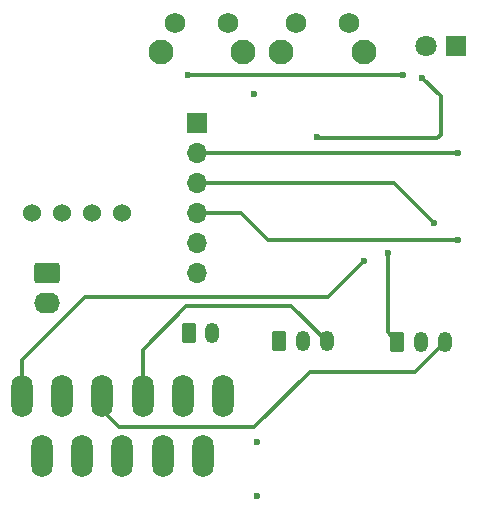
<source format=gbr>
%TF.GenerationSoftware,KiCad,Pcbnew,7.0.7-7.0.7~ubuntu22.04.1*%
%TF.CreationDate,2023-09-11T18:28:41+01:00*%
%TF.ProjectId,Blinder,426c696e-6465-4722-9e6b-696361645f70,rev?*%
%TF.SameCoordinates,Original*%
%TF.FileFunction,Copper,L4,Bot*%
%TF.FilePolarity,Positive*%
%FSLAX46Y46*%
G04 Gerber Fmt 4.6, Leading zero omitted, Abs format (unit mm)*
G04 Created by KiCad (PCBNEW 7.0.7-7.0.7~ubuntu22.04.1) date 2023-09-11 18:28:41*
%MOMM*%
%LPD*%
G01*
G04 APERTURE LIST*
G04 Aperture macros list*
%AMRoundRect*
0 Rectangle with rounded corners*
0 $1 Rounding radius*
0 $2 $3 $4 $5 $6 $7 $8 $9 X,Y pos of 4 corners*
0 Add a 4 corners polygon primitive as box body*
4,1,4,$2,$3,$4,$5,$6,$7,$8,$9,$2,$3,0*
0 Add four circle primitives for the rounded corners*
1,1,$1+$1,$2,$3*
1,1,$1+$1,$4,$5*
1,1,$1+$1,$6,$7*
1,1,$1+$1,$8,$9*
0 Add four rect primitives between the rounded corners*
20,1,$1+$1,$2,$3,$4,$5,0*
20,1,$1+$1,$4,$5,$6,$7,0*
20,1,$1+$1,$6,$7,$8,$9,0*
20,1,$1+$1,$8,$9,$2,$3,0*%
G04 Aperture macros list end*
%TA.AperFunction,ComponentPad*%
%ADD10R,1.800000X1.800000*%
%TD*%
%TA.AperFunction,ComponentPad*%
%ADD11C,1.800000*%
%TD*%
%TA.AperFunction,ComponentPad*%
%ADD12O,1.800000X3.600000*%
%TD*%
%TA.AperFunction,ComponentPad*%
%ADD13RoundRect,0.250000X-0.350000X-0.625000X0.350000X-0.625000X0.350000X0.625000X-0.350000X0.625000X0*%
%TD*%
%TA.AperFunction,ComponentPad*%
%ADD14O,1.200000X1.750000*%
%TD*%
%TA.AperFunction,ComponentPad*%
%ADD15C,2.100000*%
%TD*%
%TA.AperFunction,ComponentPad*%
%ADD16C,1.750000*%
%TD*%
%TA.AperFunction,ComponentPad*%
%ADD17O,1.700000X1.700000*%
%TD*%
%TA.AperFunction,ComponentPad*%
%ADD18R,1.700000X1.700000*%
%TD*%
%TA.AperFunction,ComponentPad*%
%ADD19O,2.190000X1.740000*%
%TD*%
%TA.AperFunction,ComponentPad*%
%ADD20RoundRect,0.250000X-0.845000X0.620000X-0.845000X-0.620000X0.845000X-0.620000X0.845000X0.620000X0*%
%TD*%
%TA.AperFunction,ComponentPad*%
%ADD21C,1.524000*%
%TD*%
%TA.AperFunction,ViaPad*%
%ADD22C,0.600000*%
%TD*%
%TA.AperFunction,Conductor*%
%ADD23C,0.300000*%
%TD*%
G04 APERTURE END LIST*
D10*
%TO.P,D1,1,K*%
%TO.N,GND*%
X74000000Y-24000000D03*
D11*
%TO.P,D1,2,A*%
%TO.N,Net-(D1-A)*%
X71460000Y-24000000D03*
%TD*%
D12*
%TO.P,IC1,11,ENABLE*%
%TO.N,Net-(IC1-ENABLE)*%
X37220000Y-53650000D03*
%TO.P,IC1,10,SENSE*%
%TO.N,GND*%
X38920000Y-58730000D03*
%TO.P,IC1,9,VREF*%
%TO.N,Net-(IC1-VREF)*%
X40620000Y-53650000D03*
%TO.P,IC1,8,CBOOT2*%
%TO.N,Net-(IC1-CBOOT2)*%
X42320000Y-58730000D03*
%TO.P,IC1,7,IN2*%
%TO.N,Net-(IC1-IN2)*%
X44020000Y-53650000D03*
%TO.P,IC1,6*%
%TO.N,GND*%
X45720000Y-58730000D03*
%TO.P,IC1,5,IN1*%
%TO.N,Net-(IC1-IN1)*%
X47420000Y-53650000D03*
%TO.P,IC1,4,CBOOT1*%
%TO.N,Net-(IC1-CBOOT1)*%
X49120000Y-58730000D03*
%TO.P,IC1,3,OUT1*%
%TO.N,Net-(IC1-OUT1)*%
X50820000Y-53650000D03*
%TO.P,IC1,2*%
%TO.N,/12V*%
X52520000Y-58730000D03*
%TO.P,IC1,1,OUT2*%
%TO.N,Net-(IC1-OUT2)*%
X54220000Y-53650000D03*
%TD*%
D13*
%TO.P,J5,1,Pin_1*%
%TO.N,Net-(IC1-OUT1)*%
X51340000Y-48260000D03*
D14*
%TO.P,J5,2,Pin_2*%
%TO.N,Net-(IC1-OUT2)*%
X53340000Y-48260000D03*
%TD*%
D15*
%TO.P,SW2,*%
%TO.N,*%
X48950000Y-24490000D03*
X55960000Y-24490000D03*
D16*
%TO.P,SW2,1,1*%
%TO.N,GND*%
X50200000Y-22000000D03*
%TO.P,SW2,2,2*%
%TO.N,Net-(U2-GPIO12)*%
X54700000Y-22000000D03*
%TD*%
D14*
%TO.P,J3,3,Pin_3*%
%TO.N,Net-(IC1-IN1)*%
X63000000Y-48980000D03*
%TO.P,J3,2,Pin_2*%
%TO.N,/GO DOWN*%
X61000000Y-48980000D03*
D13*
%TO.P,J3,1,Pin_1*%
%TO.N,/~{CLOSED}*%
X59000000Y-48980000D03*
%TD*%
D17*
%TO.P,J2,6,Pin_6*%
%TO.N,GND*%
X52000000Y-43180000D03*
%TO.P,J2,5,Pin_5*%
%TO.N,/DTR*%
X52000000Y-40640000D03*
%TO.P,J2,4,Pin_4*%
%TO.N,/RXD*%
X52000000Y-38100000D03*
%TO.P,J2,3,Pin_3*%
%TO.N,/TXD*%
X52000000Y-35560000D03*
%TO.P,J2,2,Pin_2*%
%TO.N,/RTS*%
X52000000Y-33020000D03*
D18*
%TO.P,J2,1,Pin_1*%
%TO.N,/3V3*%
X52000000Y-30480000D03*
%TD*%
D14*
%TO.P,J4,3,Pin_3*%
%TO.N,Net-(IC1-IN2)*%
X73000000Y-49000000D03*
%TO.P,J4,2,Pin_2*%
%TO.N,/GO UP*%
X71000000Y-49000000D03*
D13*
%TO.P,J4,1,Pin_1*%
%TO.N,/~{OPEN}*%
X69000000Y-49000000D03*
%TD*%
D19*
%TO.P,J1,2,Pin_2*%
%TO.N,GND*%
X39370000Y-45720000D03*
D20*
%TO.P,J1,1,Pin_1*%
%TO.N,/12V*%
X39370000Y-43180000D03*
%TD*%
D21*
%TO.P,U1,1,EN*%
%TO.N,unconnected-(U1-EN-Pad1)*%
X38100000Y-38100000D03*
%TO.P,U1,2,IN+*%
%TO.N,/12V*%
X40640000Y-38100000D03*
%TO.P,U1,3,GND*%
%TO.N,GND*%
X43180000Y-38100000D03*
%TO.P,U1,4,VO+*%
%TO.N,/3V3*%
X45720000Y-38100000D03*
%TD*%
D16*
%TO.P,SW1,2,2*%
%TO.N,Net-(U2-GPIO14)*%
X64894220Y-22001721D03*
%TO.P,SW1,1,1*%
%TO.N,GND*%
X60394220Y-22001721D03*
D15*
%TO.P,SW1,*%
%TO.N,*%
X66154220Y-24491721D03*
X59144220Y-24491721D03*
%TD*%
D22*
%TO.N,Net-(U2-GPIO13)*%
X71120000Y-26670000D03*
X62168000Y-31688000D03*
%TO.N,Net-(U2-EN)*%
X51308000Y-26416000D03*
X69469000Y-26451500D03*
%TO.N,/RTS*%
X74168000Y-33020000D03*
%TO.N,Net-(IC1-ENABLE)*%
X66167000Y-42164000D03*
%TO.N,/TXD*%
X72136000Y-38989000D03*
%TO.N,/RXD*%
X74168000Y-40386000D03*
%TO.N,GND*%
X56896000Y-28067000D03*
%TO.N,/~{OPEN}*%
X68199000Y-41529000D03*
%TO.N,/12V*%
X57150000Y-57531000D03*
%TO.N,GND*%
X57150000Y-62103000D03*
%TD*%
D23*
%TO.N,Net-(U2-GPIO13)*%
X72660000Y-28210000D02*
X71120000Y-26670000D01*
X72390000Y-31750000D02*
X72660000Y-31480000D01*
X62168000Y-31688000D02*
X62230000Y-31750000D01*
X72660000Y-31480000D02*
X72660000Y-28210000D01*
X62230000Y-31750000D02*
X72390000Y-31750000D01*
%TO.N,Net-(IC1-IN1)*%
X63000000Y-48980000D02*
X60020000Y-46000000D01*
X60020000Y-46000000D02*
X51104314Y-46000000D01*
X51104314Y-46000000D02*
X47420000Y-49684314D01*
X47420000Y-49684314D02*
X47420000Y-53650000D01*
%TO.N,Net-(IC1-ENABLE)*%
X37220000Y-53650000D02*
X37220000Y-50537000D01*
X37220000Y-50537000D02*
X42557000Y-45200000D01*
X42557000Y-45200000D02*
X63131000Y-45200000D01*
X63131000Y-45200000D02*
X66167000Y-42164000D01*
%TO.N,Net-(U2-EN)*%
X69469000Y-26451500D02*
X51343500Y-26451500D01*
X51343500Y-26451500D02*
X51308000Y-26416000D01*
%TO.N,/RTS*%
X74168000Y-33020000D02*
X52000000Y-33020000D01*
%TO.N,/TXD*%
X72136000Y-38989000D02*
X68707000Y-35560000D01*
X68707000Y-35560000D02*
X52000000Y-35560000D01*
%TO.N,/RXD*%
X58039000Y-40386000D02*
X55753000Y-38100000D01*
X74168000Y-40386000D02*
X58039000Y-40386000D01*
X55753000Y-38100000D02*
X52000000Y-38100000D01*
%TO.N,/~{OPEN}*%
X68199000Y-41529000D02*
X68199000Y-48199000D01*
X68199000Y-48199000D02*
X69000000Y-49000000D01*
%TO.N,Net-(IC1-IN2)*%
X73000000Y-49000000D02*
X70450000Y-51550000D01*
X70450000Y-51550000D02*
X61607000Y-51550000D01*
X44020000Y-54815000D02*
X44020000Y-53650000D01*
X61607000Y-51550000D02*
X56896000Y-56261000D01*
X56896000Y-56261000D02*
X45466000Y-56261000D01*
X45466000Y-56261000D02*
X44020000Y-54815000D01*
%TD*%
M02*

</source>
